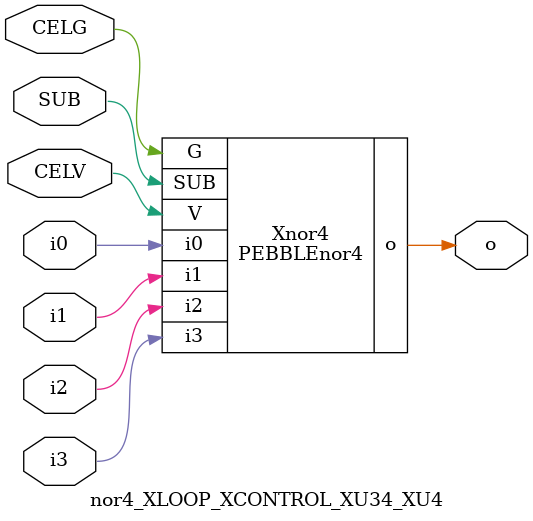
<source format=v>



module PEBBLEnor4 ( o, G, SUB, V, i0, i1, i2, i3 );

  input i0;
  input V;
  input i3;
  input i2;
  input i1;
  input G;
  output o;
  input SUB;
endmodule

//Celera Confidential Do Not Copy nor4_XLOOP_XCONTROL_XU34_XU4
//Celera Confidential Symbol Generator
//nor4
module nor4_XLOOP_XCONTROL_XU34_XU4 (CELV,CELG,i0,i1,i2,i3,o,SUB);
input CELV;
input CELG;
input i0;
input i1;
input i2;
input i3;
input SUB;
output o;

//Celera Confidential Do Not Copy nor4
PEBBLEnor4 Xnor4(
.V (CELV),
.i0 (i0),
.i1 (i1),
.i2 (i2),
.i3 (i3),
.o (o),
.SUB (SUB),
.G (CELG)
);
//,diesize,PEBBLEnor4

//Celera Confidential Do Not Copy Module End
//Celera Schematic Generator
endmodule

</source>
